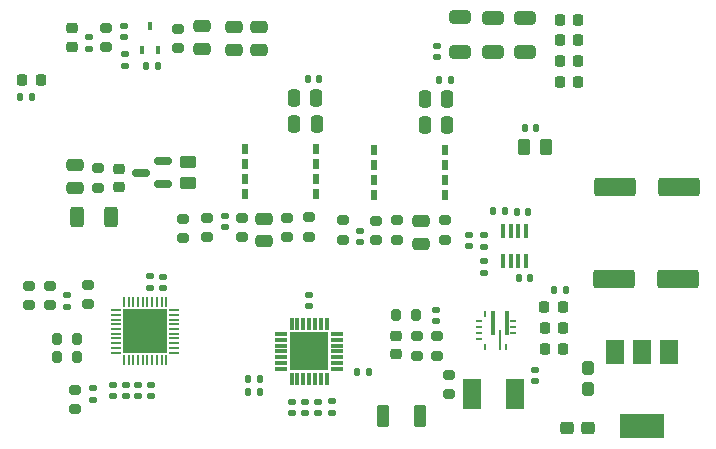
<source format=gbr>
%TF.GenerationSoftware,KiCad,Pcbnew,(6.0.2)*%
%TF.CreationDate,2022-05-23T20:35:17+03:00*%
%TF.ProjectId,The_Qi_wireless_charger_tx,5468655f-5169-45f7-9769-72656c657373,Rev 2*%
%TF.SameCoordinates,Original*%
%TF.FileFunction,Paste,Top*%
%TF.FilePolarity,Positive*%
%FSLAX46Y46*%
G04 Gerber Fmt 4.6, Leading zero omitted, Abs format (unit mm)*
G04 Created by KiCad (PCBNEW (6.0.2)) date 2022-05-23 20:35:17*
%MOMM*%
%LPD*%
G01*
G04 APERTURE LIST*
G04 Aperture macros list*
%AMRoundRect*
0 Rectangle with rounded corners*
0 $1 Rounding radius*
0 $2 $3 $4 $5 $6 $7 $8 $9 X,Y pos of 4 corners*
0 Add a 4 corners polygon primitive as box body*
4,1,4,$2,$3,$4,$5,$6,$7,$8,$9,$2,$3,0*
0 Add four circle primitives for the rounded corners*
1,1,$1+$1,$2,$3*
1,1,$1+$1,$4,$5*
1,1,$1+$1,$6,$7*
1,1,$1+$1,$8,$9*
0 Add four rect primitives between the rounded corners*
20,1,$1+$1,$2,$3,$4,$5,0*
20,1,$1+$1,$4,$5,$6,$7,0*
20,1,$1+$1,$6,$7,$8,$9,0*
20,1,$1+$1,$8,$9,$2,$3,0*%
G04 Aperture macros list end*
%ADD10C,0.010000*%
%ADD11R,1.500000X2.000000*%
%ADD12R,3.800000X2.000000*%
%ADD13RoundRect,0.140000X0.170000X-0.140000X0.170000X0.140000X-0.170000X0.140000X-0.170000X-0.140000X0*%
%ADD14RoundRect,0.225000X0.250000X-0.225000X0.250000X0.225000X-0.250000X0.225000X-0.250000X-0.225000X0*%
%ADD15RoundRect,0.250000X-0.275000X0.312500X-0.275000X-0.312500X0.275000X-0.312500X0.275000X0.312500X0*%
%ADD16RoundRect,0.250000X0.312500X0.275000X-0.312500X0.275000X-0.312500X-0.275000X0.312500X-0.275000X0*%
%ADD17RoundRect,0.140000X-0.140000X-0.170000X0.140000X-0.170000X0.140000X0.170000X-0.140000X0.170000X0*%
%ADD18R,0.450000X0.700000*%
%ADD19RoundRect,0.150000X0.587500X0.150000X-0.587500X0.150000X-0.587500X-0.150000X0.587500X-0.150000X0*%
%ADD20RoundRect,0.250000X0.275000X0.700000X-0.275000X0.700000X-0.275000X-0.700000X0.275000X-0.700000X0*%
%ADD21RoundRect,0.135000X0.135000X0.185000X-0.135000X0.185000X-0.135000X-0.185000X0.135000X-0.185000X0*%
%ADD22RoundRect,0.135000X0.185000X-0.135000X0.185000X0.135000X-0.185000X0.135000X-0.185000X-0.135000X0*%
%ADD23RoundRect,0.200000X-0.275000X0.200000X-0.275000X-0.200000X0.275000X-0.200000X0.275000X0.200000X0*%
%ADD24RoundRect,0.200000X-0.200000X-0.275000X0.200000X-0.275000X0.200000X0.275000X-0.200000X0.275000X0*%
%ADD25RoundRect,0.250000X-0.450000X0.262500X-0.450000X-0.262500X0.450000X-0.262500X0.450000X0.262500X0*%
%ADD26RoundRect,0.250000X0.312500X0.625000X-0.312500X0.625000X-0.312500X-0.625000X0.312500X-0.625000X0*%
%ADD27R,0.850000X0.200000*%
%ADD28R,0.200000X0.850000*%
%ADD29R,3.700000X3.700000*%
%ADD30R,0.450000X1.150000*%
%ADD31RoundRect,0.250000X-1.500000X-0.550000X1.500000X-0.550000X1.500000X0.550000X-1.500000X0.550000X0*%
%ADD32RoundRect,0.200000X0.275000X-0.200000X0.275000X0.200000X-0.275000X0.200000X-0.275000X-0.200000X0*%
%ADD33R,0.600000X0.250000*%
%ADD34R,0.250000X0.600000*%
%ADD35R,0.250000X1.700000*%
%ADD36R,0.400000X2.100000*%
%ADD37R,0.560000X0.250000*%
%ADD38RoundRect,0.140000X-0.170000X0.140000X-0.170000X-0.140000X0.170000X-0.140000X0.170000X0.140000X0*%
%ADD39RoundRect,0.250000X-0.475000X0.250000X-0.475000X-0.250000X0.475000X-0.250000X0.475000X0.250000X0*%
%ADD40RoundRect,0.250000X0.475000X-0.250000X0.475000X0.250000X-0.475000X0.250000X-0.475000X-0.250000X0*%
%ADD41RoundRect,0.140000X0.140000X0.170000X-0.140000X0.170000X-0.140000X-0.170000X0.140000X-0.170000X0*%
%ADD42RoundRect,0.250000X0.250000X0.475000X-0.250000X0.475000X-0.250000X-0.475000X0.250000X-0.475000X0*%
%ADD43RoundRect,0.218750X0.218750X0.256250X-0.218750X0.256250X-0.218750X-0.256250X0.218750X-0.256250X0*%
%ADD44RoundRect,0.218750X-0.256250X0.218750X-0.256250X-0.218750X0.256250X-0.218750X0.256250X0.218750X0*%
%ADD45RoundRect,0.200000X0.200000X0.275000X-0.200000X0.275000X-0.200000X-0.275000X0.200000X-0.275000X0*%
%ADD46RoundRect,0.225000X-0.225000X-0.250000X0.225000X-0.250000X0.225000X0.250000X-0.225000X0.250000X0*%
%ADD47RoundRect,0.250000X0.650000X-0.325000X0.650000X0.325000X-0.650000X0.325000X-0.650000X-0.325000X0*%
%ADD48RoundRect,0.135000X-0.135000X-0.185000X0.135000X-0.185000X0.135000X0.185000X-0.135000X0.185000X0*%
%ADD49RoundRect,0.135000X-0.185000X0.135000X-0.185000X-0.135000X0.185000X-0.135000X0.185000X0.135000X0*%
%ADD50RoundRect,0.250000X0.262500X0.450000X-0.262500X0.450000X-0.262500X-0.450000X0.262500X-0.450000X0*%
%ADD51R,1.500000X2.500000*%
%ADD52R,0.300000X1.000000*%
%ADD53R,1.000000X0.300000*%
%ADD54R,3.250000X3.250000*%
G04 APERTURE END LIST*
D10*
%TO.C,U8*%
X61740000Y-136975000D02*
X61340000Y-136975000D01*
X61340000Y-136975000D02*
X61340000Y-137725000D01*
X61340000Y-137725000D02*
X61740000Y-137725000D01*
X61740000Y-137725000D02*
X61740000Y-136975000D01*
G36*
X61740000Y-137725000D02*
G01*
X61340000Y-137725000D01*
X61340000Y-136975000D01*
X61740000Y-136975000D01*
X61740000Y-137725000D01*
G37*
X61740000Y-137725000D02*
X61340000Y-137725000D01*
X61340000Y-136975000D01*
X61740000Y-136975000D01*
X61740000Y-137725000D01*
X61740000Y-138225000D02*
X61340000Y-138225000D01*
X61340000Y-138225000D02*
X61340000Y-138975000D01*
X61340000Y-138975000D02*
X61740000Y-138975000D01*
X61740000Y-138975000D02*
X61740000Y-138225000D01*
G36*
X61740000Y-138975000D02*
G01*
X61340000Y-138975000D01*
X61340000Y-138225000D01*
X61740000Y-138225000D01*
X61740000Y-138975000D01*
G37*
X61740000Y-138975000D02*
X61340000Y-138975000D01*
X61340000Y-138225000D01*
X61740000Y-138225000D01*
X61740000Y-138975000D01*
X55790000Y-135675000D02*
X55290000Y-135675000D01*
X55290000Y-135675000D02*
X55290000Y-136425000D01*
X55290000Y-136425000D02*
X55790000Y-136425000D01*
X55790000Y-136425000D02*
X55790000Y-135675000D01*
G36*
X55790000Y-136425000D02*
G01*
X55290000Y-136425000D01*
X55290000Y-135675000D01*
X55790000Y-135675000D01*
X55790000Y-136425000D01*
G37*
X55790000Y-136425000D02*
X55290000Y-136425000D01*
X55290000Y-135675000D01*
X55790000Y-135675000D01*
X55790000Y-136425000D01*
X55790000Y-134400000D02*
X55290000Y-134400000D01*
X55290000Y-134400000D02*
X55290000Y-135150000D01*
X55290000Y-135150000D02*
X55790000Y-135150000D01*
X55790000Y-135150000D02*
X55790000Y-134400000D01*
G36*
X55790000Y-135150000D02*
G01*
X55290000Y-135150000D01*
X55290000Y-134400000D01*
X55790000Y-134400000D01*
X55790000Y-135150000D01*
G37*
X55790000Y-135150000D02*
X55290000Y-135150000D01*
X55290000Y-134400000D01*
X55790000Y-134400000D01*
X55790000Y-135150000D01*
X61740000Y-134400000D02*
X61340000Y-134400000D01*
X61340000Y-134400000D02*
X61340000Y-135150000D01*
X61340000Y-135150000D02*
X61740000Y-135150000D01*
X61740000Y-135150000D02*
X61740000Y-134400000D01*
G36*
X61740000Y-135150000D02*
G01*
X61340000Y-135150000D01*
X61340000Y-134400000D01*
X61740000Y-134400000D01*
X61740000Y-135150000D01*
G37*
X61740000Y-135150000D02*
X61340000Y-135150000D01*
X61340000Y-134400000D01*
X61740000Y-134400000D01*
X61740000Y-135150000D01*
X61740000Y-135675000D02*
X61340000Y-135675000D01*
X61340000Y-135675000D02*
X61340000Y-136425000D01*
X61340000Y-136425000D02*
X61740000Y-136425000D01*
X61740000Y-136425000D02*
X61740000Y-135675000D01*
G36*
X61740000Y-136425000D02*
G01*
X61340000Y-136425000D01*
X61340000Y-135675000D01*
X61740000Y-135675000D01*
X61740000Y-136425000D01*
G37*
X61740000Y-136425000D02*
X61340000Y-136425000D01*
X61340000Y-135675000D01*
X61740000Y-135675000D01*
X61740000Y-136425000D01*
X55790000Y-138225000D02*
X55290000Y-138225000D01*
X55290000Y-138225000D02*
X55290000Y-138975000D01*
X55290000Y-138975000D02*
X55790000Y-138975000D01*
X55790000Y-138975000D02*
X55790000Y-138225000D01*
G36*
X55790000Y-138975000D02*
G01*
X55290000Y-138975000D01*
X55290000Y-138225000D01*
X55790000Y-138225000D01*
X55790000Y-138975000D01*
G37*
X55790000Y-138975000D02*
X55290000Y-138975000D01*
X55290000Y-138225000D01*
X55790000Y-138225000D01*
X55790000Y-138975000D01*
X55790000Y-136950000D02*
X55290000Y-136950000D01*
X55290000Y-136950000D02*
X55290000Y-137700000D01*
X55290000Y-137700000D02*
X55790000Y-137700000D01*
X55790000Y-137700000D02*
X55790000Y-136950000D01*
G36*
X55790000Y-137700000D02*
G01*
X55290000Y-137700000D01*
X55290000Y-136950000D01*
X55790000Y-136950000D01*
X55790000Y-137700000D01*
G37*
X55790000Y-137700000D02*
X55290000Y-137700000D01*
X55290000Y-136950000D01*
X55790000Y-136950000D01*
X55790000Y-137700000D01*
%TO.C,U7*%
X50821875Y-136900000D02*
X50421875Y-136900000D01*
X50421875Y-136900000D02*
X50421875Y-137650000D01*
X50421875Y-137650000D02*
X50821875Y-137650000D01*
X50821875Y-137650000D02*
X50821875Y-136900000D01*
G36*
X50821875Y-137650000D02*
G01*
X50421875Y-137650000D01*
X50421875Y-136900000D01*
X50821875Y-136900000D01*
X50821875Y-137650000D01*
G37*
X50821875Y-137650000D02*
X50421875Y-137650000D01*
X50421875Y-136900000D01*
X50821875Y-136900000D01*
X50821875Y-137650000D01*
X50821875Y-138150000D02*
X50421875Y-138150000D01*
X50421875Y-138150000D02*
X50421875Y-138900000D01*
X50421875Y-138900000D02*
X50821875Y-138900000D01*
X50821875Y-138900000D02*
X50821875Y-138150000D01*
G36*
X50821875Y-138900000D02*
G01*
X50421875Y-138900000D01*
X50421875Y-138150000D01*
X50821875Y-138150000D01*
X50821875Y-138900000D01*
G37*
X50821875Y-138900000D02*
X50421875Y-138900000D01*
X50421875Y-138150000D01*
X50821875Y-138150000D01*
X50821875Y-138900000D01*
X44871875Y-135600000D02*
X44371875Y-135600000D01*
X44371875Y-135600000D02*
X44371875Y-136350000D01*
X44371875Y-136350000D02*
X44871875Y-136350000D01*
X44871875Y-136350000D02*
X44871875Y-135600000D01*
G36*
X44871875Y-136350000D02*
G01*
X44371875Y-136350000D01*
X44371875Y-135600000D01*
X44871875Y-135600000D01*
X44871875Y-136350000D01*
G37*
X44871875Y-136350000D02*
X44371875Y-136350000D01*
X44371875Y-135600000D01*
X44871875Y-135600000D01*
X44871875Y-136350000D01*
X44871875Y-134325000D02*
X44371875Y-134325000D01*
X44371875Y-134325000D02*
X44371875Y-135075000D01*
X44371875Y-135075000D02*
X44871875Y-135075000D01*
X44871875Y-135075000D02*
X44871875Y-134325000D01*
G36*
X44871875Y-135075000D02*
G01*
X44371875Y-135075000D01*
X44371875Y-134325000D01*
X44871875Y-134325000D01*
X44871875Y-135075000D01*
G37*
X44871875Y-135075000D02*
X44371875Y-135075000D01*
X44371875Y-134325000D01*
X44871875Y-134325000D01*
X44871875Y-135075000D01*
X50821875Y-134325000D02*
X50421875Y-134325000D01*
X50421875Y-134325000D02*
X50421875Y-135075000D01*
X50421875Y-135075000D02*
X50821875Y-135075000D01*
X50821875Y-135075000D02*
X50821875Y-134325000D01*
G36*
X50821875Y-135075000D02*
G01*
X50421875Y-135075000D01*
X50421875Y-134325000D01*
X50821875Y-134325000D01*
X50821875Y-135075000D01*
G37*
X50821875Y-135075000D02*
X50421875Y-135075000D01*
X50421875Y-134325000D01*
X50821875Y-134325000D01*
X50821875Y-135075000D01*
X50821875Y-135600000D02*
X50421875Y-135600000D01*
X50421875Y-135600000D02*
X50421875Y-136350000D01*
X50421875Y-136350000D02*
X50821875Y-136350000D01*
X50821875Y-136350000D02*
X50821875Y-135600000D01*
G36*
X50821875Y-136350000D02*
G01*
X50421875Y-136350000D01*
X50421875Y-135600000D01*
X50821875Y-135600000D01*
X50821875Y-136350000D01*
G37*
X50821875Y-136350000D02*
X50421875Y-136350000D01*
X50421875Y-135600000D01*
X50821875Y-135600000D01*
X50821875Y-136350000D01*
X44871875Y-138150000D02*
X44371875Y-138150000D01*
X44371875Y-138150000D02*
X44371875Y-138900000D01*
X44371875Y-138900000D02*
X44871875Y-138900000D01*
X44871875Y-138900000D02*
X44871875Y-138150000D01*
G36*
X44871875Y-138900000D02*
G01*
X44371875Y-138900000D01*
X44371875Y-138150000D01*
X44871875Y-138150000D01*
X44871875Y-138900000D01*
G37*
X44871875Y-138900000D02*
X44371875Y-138900000D01*
X44371875Y-138150000D01*
X44871875Y-138150000D01*
X44871875Y-138900000D01*
X44871875Y-136875000D02*
X44371875Y-136875000D01*
X44371875Y-136875000D02*
X44371875Y-137625000D01*
X44371875Y-137625000D02*
X44871875Y-137625000D01*
X44871875Y-137625000D02*
X44871875Y-136875000D01*
G36*
X44871875Y-137625000D02*
G01*
X44371875Y-137625000D01*
X44371875Y-136875000D01*
X44871875Y-136875000D01*
X44871875Y-137625000D01*
G37*
X44871875Y-137625000D02*
X44371875Y-137625000D01*
X44371875Y-136875000D01*
X44871875Y-136875000D01*
X44871875Y-137625000D01*
%TD*%
D11*
%TO.C,U6*%
X80600000Y-151950000D03*
D12*
X78300000Y-158250000D03*
D11*
X78300000Y-151950000D03*
X76000000Y-151950000D03*
%TD*%
D13*
%TO.C,C19*%
X64895000Y-145240000D03*
X64895000Y-144280000D03*
%TD*%
%TO.C,C23*%
X63665000Y-143000000D03*
X63665000Y-142040000D03*
%TD*%
D14*
%TO.C,C27*%
X57440000Y-152150000D03*
X57440000Y-150600000D03*
%TD*%
D15*
%TO.C,C29*%
X73700000Y-153312500D03*
X73700000Y-155087500D03*
%TD*%
D16*
%TO.C,C31*%
X73687500Y-158400000D03*
X71912500Y-158400000D03*
%TD*%
D13*
%TO.C,C38*%
X60900000Y-126980000D03*
X60900000Y-126020000D03*
%TD*%
D17*
%TO.C,C42*%
X68340000Y-133000000D03*
X69300000Y-133000000D03*
%TD*%
D18*
%TO.C,D10*%
X35955000Y-126350000D03*
X37255000Y-126350000D03*
X36605000Y-124350000D03*
%TD*%
D19*
%TO.C,D11*%
X37737500Y-137698000D03*
X37737500Y-135798000D03*
X35862500Y-136748000D03*
%TD*%
D20*
%TO.C,FB1*%
X59475000Y-157400000D03*
X56325000Y-157400000D03*
%TD*%
D21*
%TO.C,R7*%
X26665000Y-130330000D03*
X25645000Y-130330000D03*
%TD*%
D22*
%TO.C,R8*%
X31464000Y-126302000D03*
X31464000Y-125282000D03*
%TD*%
D23*
%TO.C,R17*%
X61900000Y-153875000D03*
X61900000Y-155525000D03*
%TD*%
%TO.C,R18*%
X60890000Y-150600000D03*
X60890000Y-152250000D03*
%TD*%
%TO.C,R19*%
X59190000Y-150600000D03*
X59190000Y-152250000D03*
%TD*%
D24*
%TO.C,R20*%
X57460000Y-148830000D03*
X59110000Y-148830000D03*
%TD*%
D25*
%TO.C,R37*%
X39850000Y-135827500D03*
X39850000Y-137652500D03*
%TD*%
D23*
%TO.C,R38*%
X32210000Y-136375000D03*
X32210000Y-138025000D03*
%TD*%
D26*
%TO.C,R40*%
X33350000Y-140540000D03*
X30425000Y-140540000D03*
%TD*%
D27*
%TO.C,U2*%
X33750000Y-148400000D03*
X33750000Y-148800000D03*
X33750000Y-149200000D03*
X33750000Y-149600000D03*
X33750000Y-150000000D03*
X33750000Y-150400000D03*
X33750000Y-150800000D03*
X33750000Y-151200000D03*
X33750000Y-151600000D03*
X33750000Y-152000000D03*
D28*
X34400000Y-152650000D03*
X34800000Y-152650000D03*
X35200000Y-152650000D03*
X35600000Y-152650000D03*
X36000000Y-152650000D03*
X36400000Y-152650000D03*
X36800000Y-152650000D03*
X37200000Y-152650000D03*
X37600000Y-152650000D03*
X38000000Y-152650000D03*
D27*
X38650000Y-152000000D03*
X38650000Y-151600000D03*
X38650000Y-151200000D03*
X38650000Y-150800000D03*
X38650000Y-150400000D03*
X38650000Y-150000000D03*
X38650000Y-149600000D03*
X38650000Y-149200000D03*
X38650000Y-148800000D03*
X38650000Y-148400000D03*
D28*
X38000000Y-147750000D03*
X37600000Y-147750000D03*
X37200000Y-147750000D03*
X36800000Y-147750000D03*
X36400000Y-147750000D03*
X36000000Y-147750000D03*
X35600000Y-147750000D03*
X35200000Y-147750000D03*
X34800000Y-147750000D03*
X34400000Y-147750000D03*
D29*
X36200000Y-150200000D03*
%TD*%
D30*
%TO.C,U4*%
X66500000Y-144200000D03*
X67150000Y-144200000D03*
X67800000Y-144200000D03*
X68450000Y-144200000D03*
X68450000Y-141700000D03*
X67800000Y-141700000D03*
X67150000Y-141700000D03*
X66500000Y-141700000D03*
%TD*%
D31*
%TO.C,C25*%
X75900000Y-145800000D03*
X81300000Y-145800000D03*
%TD*%
D32*
%TO.C,R26*%
X50091875Y-142190000D03*
X50091875Y-140540000D03*
%TD*%
D23*
%TO.C,R27*%
X48201875Y-140595000D03*
X48201875Y-142245000D03*
%TD*%
D32*
%TO.C,R28*%
X61565000Y-142425000D03*
X61565000Y-140775000D03*
%TD*%
D23*
%TO.C,R29*%
X57495000Y-140792500D03*
X57495000Y-142442500D03*
%TD*%
D32*
%TO.C,R31*%
X52965000Y-142425000D03*
X52965000Y-140775000D03*
%TD*%
D23*
%TO.C,R35*%
X44381875Y-140572500D03*
X44381875Y-142222500D03*
%TD*%
%TO.C,R36*%
X55755000Y-140825000D03*
X55755000Y-142475000D03*
%TD*%
D33*
%TO.C,U3*%
X64500000Y-149350000D03*
X64500000Y-149850000D03*
X64500000Y-150350000D03*
X64500000Y-150850000D03*
D34*
X64970000Y-151500000D03*
D35*
X66270000Y-150950000D03*
D34*
X66770000Y-151500000D03*
D36*
X66850000Y-149450000D03*
X65690000Y-149450000D03*
D34*
X64970000Y-148700000D03*
D37*
X67320000Y-150350000D03*
X67320000Y-149850000D03*
X67320000Y-149350000D03*
%TD*%
D13*
%TO.C,C7*%
X29592000Y-148103000D03*
X29592000Y-147143000D03*
%TD*%
%TO.C,C8*%
X36640000Y-146505000D03*
X36640000Y-145545000D03*
%TD*%
D38*
%TO.C,C9*%
X36700000Y-154720000D03*
X36700000Y-155680000D03*
%TD*%
D13*
%TO.C,C10*%
X37680000Y-146515000D03*
X37680000Y-145555000D03*
%TD*%
D38*
%TO.C,C11*%
X31750000Y-155006000D03*
X31750000Y-155966000D03*
%TD*%
%TO.C,C12*%
X34550000Y-154706000D03*
X34550000Y-155666000D03*
%TD*%
%TO.C,C13*%
X33450000Y-154706000D03*
X33450000Y-155666000D03*
%TD*%
%TO.C,C14*%
X35640000Y-154711000D03*
X35640000Y-155671000D03*
%TD*%
D17*
%TO.C,C18*%
X70840000Y-146700000D03*
X71800000Y-146700000D03*
%TD*%
%TO.C,C20*%
X67695000Y-140050000D03*
X68655000Y-140050000D03*
%TD*%
D38*
%TO.C,C22*%
X69255600Y-153480000D03*
X69255600Y-154440000D03*
%TD*%
D13*
%TO.C,C26*%
X60860000Y-149355000D03*
X60860000Y-148395000D03*
%TD*%
D39*
%TO.C,C43*%
X41000000Y-124350000D03*
X41000000Y-126250000D03*
%TD*%
D40*
%TO.C,C45*%
X46251875Y-142557500D03*
X46251875Y-140657500D03*
%TD*%
%TO.C,C46*%
X59525000Y-142767500D03*
X59525000Y-140867500D03*
%TD*%
D13*
%TO.C,C51*%
X42981875Y-141377500D03*
X42981875Y-140417500D03*
%TD*%
%TO.C,C52*%
X54355000Y-142630000D03*
X54355000Y-141670000D03*
%TD*%
D41*
%TO.C,C53*%
X50961875Y-128797500D03*
X50001875Y-128797500D03*
%TD*%
%TO.C,C54*%
X62075000Y-128950000D03*
X61115000Y-128950000D03*
%TD*%
D42*
%TO.C,C55*%
X50736875Y-132667500D03*
X48836875Y-132667500D03*
%TD*%
%TO.C,C56*%
X61782500Y-132750000D03*
X59882500Y-132750000D03*
%TD*%
%TO.C,C57*%
X50694375Y-130397500D03*
X48794375Y-130397500D03*
%TD*%
%TO.C,C58*%
X61792500Y-130520000D03*
X59892500Y-130520000D03*
%TD*%
D39*
%TO.C,C59*%
X43700000Y-124450000D03*
X43700000Y-126350000D03*
%TD*%
%TO.C,C60*%
X45820000Y-124435000D03*
X45820000Y-126335000D03*
%TD*%
D14*
%TO.C,C61*%
X34000000Y-137962500D03*
X34000000Y-136412500D03*
%TD*%
D39*
%TO.C,C64*%
X30250000Y-136130000D03*
X30250000Y-138030000D03*
%TD*%
D41*
%TO.C,C66*%
X68815000Y-145700000D03*
X67855000Y-145700000D03*
%TD*%
D43*
%TO.C,D1*%
X27375000Y-128900000D03*
X25800000Y-128900000D03*
%TD*%
D44*
%TO.C,D2*%
X30000000Y-124512500D03*
X30000000Y-126087500D03*
%TD*%
D45*
%TO.C,R9*%
X30432500Y-152376000D03*
X28782500Y-152376000D03*
%TD*%
D23*
%TO.C,R10*%
X31350000Y-146261000D03*
X31350000Y-147911000D03*
%TD*%
D24*
%TO.C,R11*%
X28785000Y-150826000D03*
X30435000Y-150826000D03*
%TD*%
D32*
%TO.C,R12*%
X30300000Y-156793500D03*
X30300000Y-155143500D03*
%TD*%
D23*
%TO.C,R42*%
X39400000Y-140675000D03*
X39400000Y-142325000D03*
%TD*%
D46*
%TO.C,C15*%
X70045000Y-151690000D03*
X71595000Y-151690000D03*
%TD*%
%TO.C,C16*%
X70000000Y-148100000D03*
X71550000Y-148100000D03*
%TD*%
%TO.C,C17*%
X70050000Y-149930000D03*
X71600000Y-149930000D03*
%TD*%
D47*
%TO.C,C30*%
X65700000Y-126575000D03*
X65700000Y-123625000D03*
%TD*%
%TO.C,C32*%
X62880000Y-126525000D03*
X62880000Y-123575000D03*
%TD*%
%TO.C,C35*%
X68400000Y-126575000D03*
X68400000Y-123625000D03*
%TD*%
D13*
%TO.C,C44*%
X34400000Y-125280000D03*
X34400000Y-124320000D03*
%TD*%
D32*
%TO.C,R5*%
X26360000Y-147990000D03*
X26360000Y-146340000D03*
%TD*%
D23*
%TO.C,R6*%
X28138000Y-146317000D03*
X28138000Y-147967000D03*
%TD*%
D48*
%TO.C,R13*%
X65690000Y-140000000D03*
X66710000Y-140000000D03*
%TD*%
D22*
%TO.C,R16*%
X64865000Y-143020000D03*
X64865000Y-142000000D03*
%TD*%
D32*
%TO.C,R25*%
X39000000Y-126225000D03*
X39000000Y-124575000D03*
%TD*%
D48*
%TO.C,R32*%
X36290000Y-127700000D03*
X37310000Y-127700000D03*
%TD*%
D49*
%TO.C,R33*%
X34500000Y-126690000D03*
X34500000Y-127710000D03*
%TD*%
D23*
%TO.C,R34*%
X32900000Y-124475000D03*
X32900000Y-126125000D03*
%TD*%
D50*
%TO.C,Rsense1*%
X70112500Y-134600000D03*
X68287500Y-134600000D03*
%TD*%
D51*
%TO.C,L2*%
X67540300Y-155500000D03*
X63840300Y-155500000D03*
%TD*%
D52*
%TO.C,U1*%
X51600000Y-149550000D03*
X51100000Y-149550000D03*
X50600000Y-149550000D03*
X50100000Y-149550000D03*
X49600000Y-149550000D03*
X49100000Y-149550000D03*
X48600000Y-149550000D03*
D53*
X47750000Y-150400000D03*
X47750000Y-150900000D03*
X47750000Y-151400000D03*
X47750000Y-151900000D03*
X47750000Y-152400000D03*
X47750000Y-152900000D03*
X47750000Y-153400000D03*
D52*
X48600000Y-154250000D03*
X49100000Y-154250000D03*
X49600000Y-154250000D03*
X50100000Y-154250000D03*
X50600000Y-154250000D03*
X51100000Y-154250000D03*
X51600000Y-154250000D03*
D53*
X52450000Y-153400000D03*
X52450000Y-152900000D03*
X52450000Y-152400000D03*
X52450000Y-151900000D03*
X52450000Y-151400000D03*
X52450000Y-150900000D03*
X52450000Y-150400000D03*
D54*
X50100000Y-151900000D03*
%TD*%
D21*
%TO.C,R4*%
X45905000Y-155320000D03*
X44885000Y-155320000D03*
%TD*%
D49*
%TO.C,R2*%
X52010000Y-156115000D03*
X52010000Y-157135000D03*
%TD*%
D48*
%TO.C,R3*%
X54170000Y-153640000D03*
X55190000Y-153640000D03*
%TD*%
D38*
%TO.C,C6*%
X49730000Y-156155000D03*
X49730000Y-157115000D03*
%TD*%
D41*
%TO.C,C2*%
X45890000Y-154240000D03*
X44930000Y-154240000D03*
%TD*%
D38*
%TO.C,C3*%
X48610000Y-156160000D03*
X48610000Y-157120000D03*
%TD*%
%TO.C,C5*%
X50840000Y-156155000D03*
X50840000Y-157115000D03*
%TD*%
D13*
%TO.C,C4*%
X50100000Y-148045000D03*
X50100000Y-147085000D03*
%TD*%
D32*
%TO.C,R30*%
X41481875Y-142222500D03*
X41481875Y-140572500D03*
%TD*%
D46*
%TO.C,C24*%
X71325000Y-127300000D03*
X72875000Y-127300000D03*
%TD*%
%TO.C,C1*%
X71325000Y-123800000D03*
X72875000Y-123800000D03*
%TD*%
D31*
%TO.C,C28*%
X76000000Y-138000000D03*
X81400000Y-138000000D03*
%TD*%
D46*
%TO.C,C21*%
X71325000Y-125500000D03*
X72875000Y-125500000D03*
%TD*%
D43*
%TO.C,L1*%
X72887500Y-129100000D03*
X71312500Y-129100000D03*
%TD*%
M02*

</source>
